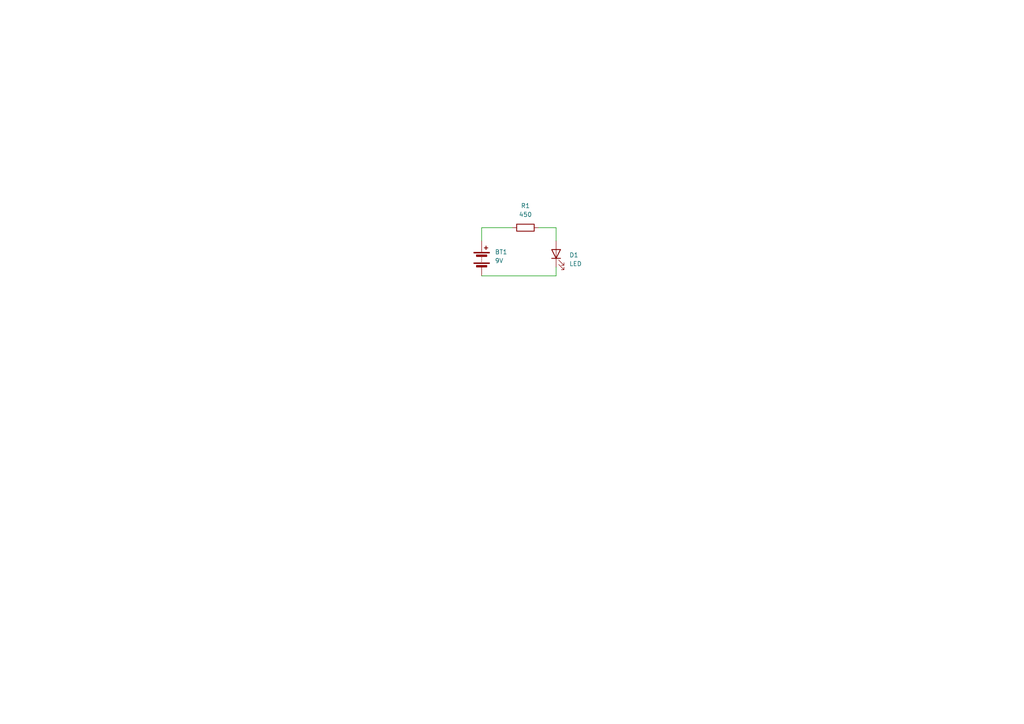
<source format=kicad_sch>
(kicad_sch (version 20231120) (generator "eeschema") (generator_version "8.0")
  (paper "A4")
  (lib_symbols
    (symbol "Device:Battery" (pin_numbers hide) (pin_names (offset 0) hide)
      (property "Reference" "BT" (at 2.54 2.54 0))
      (property "Value" "Battery" (at 2.54 0 0))
      (symbol "Battery_0_1"
        (rectangle (start -2.286 -1.27) (end 2.286 -1.524) (fill (type outline)))
        (rectangle (start -2.286 1.778) (end 2.286 1.524) (fill (type outline)))
        (rectangle (start -1.524 -2.032) (end 1.524 -2.54) (fill (type outline)))
        (rectangle (start -1.524 1.016) (end 1.524 0.508) (fill (type outline)))
        (polyline (pts (xy 0 -1.016) (xy 0 -0.762)))
        (polyline (pts (xy 0 -0.508) (xy 0 -0.254)))
        (polyline (pts (xy 0 0) (xy 0 0.254)))
        (polyline (pts (xy 0 1.778) (xy 0 2.54)))
        (polyline (pts (xy 0.762 3.048) (xy 1.778 3.048)) (stroke (width 0.254)))
        (polyline (pts (xy 1.27 3.556) (xy 1.27 2.54)) (stroke (width 0.254)))
      )
      (symbol "Battery_1_1"
        (pin passive line (at 0 5.08 270) (length 2.54) (name "+") (number "1"))
        (pin passive line (at 0 -5.08 90) (length 2.54) (name "-") (number "2"))
      )
    )
    (symbol "Device:LED" (pin_numbers hide) (pin_names (offset 1.016) hide)
      (property "Reference" "D" (at 0 2.54 0))
      (property "Value" "LED" (at 0 -2.54 0))
      (symbol "LED_0_1"
        (polyline (pts (xy -1.27 -1.27) (xy -1.27 1.27)) (stroke (width 0.254)))
        (polyline (pts (xy -1.27 0) (xy 1.27 0)))
        (polyline (pts (xy 1.27 -1.27) (xy 1.27 1.27) (xy -1.27 0) (xy 1.27 -1.27)) (stroke (width 0.254)))
        (polyline (pts (xy -3.048 -0.762) (xy -4.572 -2.286) (xy -3.81 -2.286) (xy -4.572 -2.286) (xy -4.572 -1.524)))
        (polyline (pts (xy -1.778 -0.762) (xy -3.302 -2.286) (xy -2.54 -2.286) (xy -3.302 -2.286) (xy -3.302 -1.524)))
      )
      (symbol "LED_1_1"
        (pin passive line (at -3.81 0 0) (length 2.54) (name "K") (number "1"))
        (pin passive line (at 3.81 0 180) (length 2.54) (name "A") (number "2"))
      )
    )
    (symbol "Device:R" (pin_numbers hide) (pin_names (offset 0))
      (property "Reference" "R" (at 2.032 0 90))
      (property "Value" "R" (at 0 0 90))
      (symbol "R_0_1"
        (rectangle (start -1.016 -2.54) (end 1.016 2.54) (stroke (width 0.254)))
      )
      (symbol "R_1_1"
        (pin passive line (at 0 3.81 270) (length 1.27) (name "~") (number "1"))
        (pin passive line (at 0 -3.81 90) (length 1.27) (name "~") (number "2"))
      )
    )
  )
  (wire (pts (xy 139.7 69.85) (xy 139.7 66.04)))
  (wire (pts (xy 156.21 66.04) (xy 161.29 66.04)))
  (wire (pts (xy 161.29 77.47) (xy 161.29 80.01)))
  (wire (pts (xy 139.7 66.04) (xy 148.59 66.04)))
  (wire (pts (xy 161.29 66.04) (xy 161.29 69.85)))
  (wire (pts (xy 161.29 80.01) (xy 139.7 80.01)))
  (symbol (lib_id "Device:R") (at 152.4 66.04 90) (unit 1)
    (property "Reference" "R1" (at 152.4 59.69 90))
    (property "Value" "450" (at 152.4 62.23 90))
    (property "Footprint" "Resistor_THT:R_Axial_DIN0207_L6.3mm_D2.5mm_P15.24mm_Horizontal" (effects (hide yes)))
    (property "Description" "Resistor" (effects (hide yes)))
  )
  (symbol (lib_id "Device:Battery") (at 139.7 74.93 0) (unit 1)
    (property "Reference" "BT1" (at 143.51 73.0884 0) (effects (justify left)))
    (property "Value" "9V" (at 143.51 75.6284 0) (effects (justify left)))
    (property "Footprint" "Connector_PinHeader_2.54mm:PinHeader_2x01_P2.54mm_Vertical" (effects (hide yes)))
    (property "Description" "Multiple-cell battery" (effects (hide yes)))
  )
  (symbol (lib_id "Device:LED") (at 161.29 73.66 90) (unit 1)
    (property "Reference" "D1" (at 165.1 73.9774 90) (effects (justify right)))
    (property "Value" "LED" (at 165.1 76.5174 90) (effects (justify right)))
    (property "Footprint" "LED_THT:LED_D5.0mm" (effects (hide yes)))
    (property "Description" "Light emitting diode" (effects (hide yes)))
  )
)
</source>
